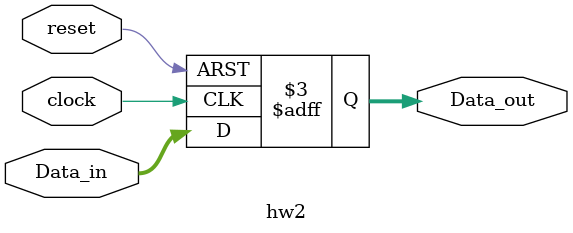
<source format=v>
`timescale 1ns / 1ps


module hw2(Data_in, clock, reset, Data_out);
    input [3:0] Data_in;
    input       clock, reset;
    output [3:0] Data_out;
    reg [3:0] Data_out;
    
    always @ (posedge reset or posedge clock)
        if (reset==1'b1) Data_out <=4'b0;
        else Data_out<=Data_in;
endmodule

</source>
